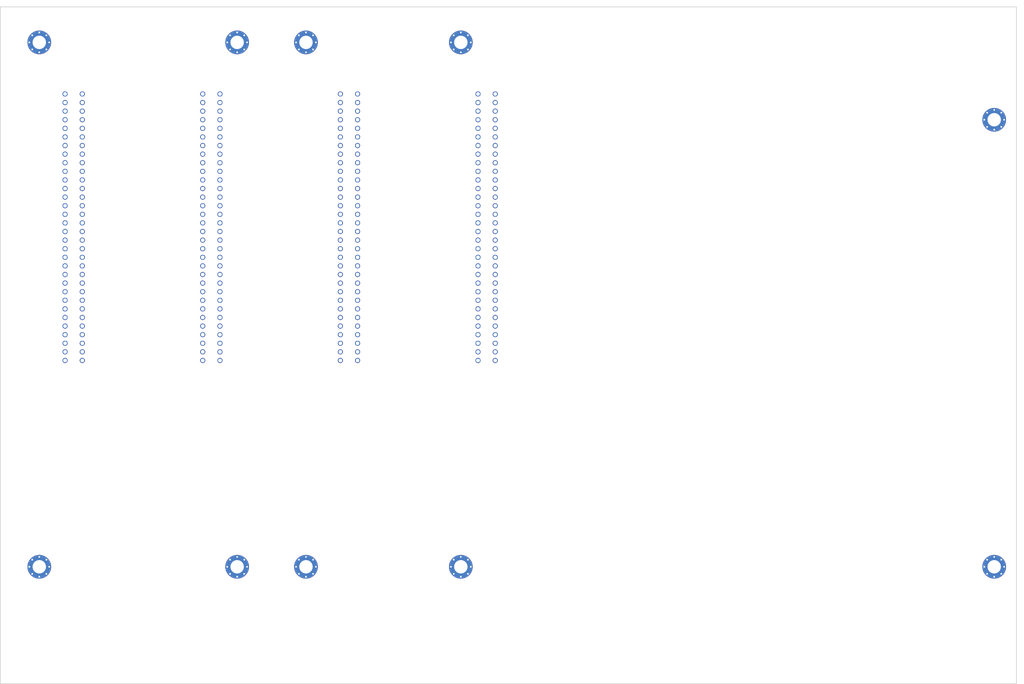
<source format=kicad_pcb>
(kicad_pcb (version 20241229) (generator "pcbnew") (generator_version "9.0")
  (layers (0 "F.Cu" signal) (2 "B.Cu" signal) (13 "F.Paste" user) (15 "B.Paste" user) (5 "F.SilkS" user "F.Silkscreen") (7 "B.SilkS" user "B.Silkscreen") (1 "F.Mask" user) (3 "B.Mask" user) (25 "Edge.Cuts" user))
  (net 0 "")
  (footprint "HOLE" (layer "F.Cu") (at 125.24 45.5)
    (property "Reference" "" (at 0 0 0) (layer "F.SilkS") (effects (font (size 1.27 1.27))))
    (property "Value" "")
    (pad "" thru_hole circle (at -2.921 0) (size 0.6 0.6) (drill 0.5) (layers "*.Cu" "*.Mask"))
    (pad "" thru_hole circle (at -2.0828 -2.0828) (size 0.6 0.6) (drill 0.5) (layers "*.Cu" "*.Mask"))
    (pad "" thru_hole circle (at -2.0828 2.0828) (size 0.6 0.6) (drill 0.5) (layers "*.Cu" "*.Mask"))
    (pad "" thru_hole circle (at 0 -2.921) (size 0.6 0.6) (drill 0.5) (layers "*.Cu" "*.Mask"))
    (pad "" thru_hole circle (at 0 0) (size 7 7) (drill 3.9624) (layers "*.Cu" "*.Mask"))
    (pad "" thru_hole circle (at 0 2.921) (size 0.6 0.6) (drill 0.5) (layers "*.Cu" "*.Mask"))
    (pad "" thru_hole circle (at 2.0828 -2.0828) (size 0.6 0.6) (drill 0.5) (layers "*.Cu" "*.Mask"))
    (pad "" thru_hole circle (at 2.0828 2.0828) (size 0.6 0.6) (drill 0.5) (layers "*.Cu" "*.Mask"))
    (pad "" thru_hole circle (at 2.921 0) (size 0.6 0.6) (drill 0.5) (layers "*.Cu" "*.Mask"))
  )
  (footprint "Carbonz80_Library:8bISA_64pin" (layer "F.Cu") (at 56.6552 60.74)
    (property "Reference" "" (at 0 0 0) (layer "F.SilkS") (effects (font (size 1.27 1.27))))
    (property "Value" "")
    (pad "A1" thru_hole circle (at 2.54 0) (size 1.5 1.5) (drill 1.016) (layers "*.Cu" "*.Mask"))
    (pad "A2" thru_hole circle (at 2.54 2.54) (size 1.5 1.5) (drill 1.016) (layers "*.Cu" "*.Mask"))
    (pad "A3" thru_hole circle (at 2.54 5.08) (size 1.5 1.5) (drill 1.016) (layers "*.Cu" "*.Mask"))
    (pad "A4" thru_hole circle (at 2.54 7.62) (size 1.5 1.5) (drill 1.016) (layers "*.Cu" "*.Mask"))
    (pad "A5" thru_hole circle (at 2.54 10.16) (size 1.5 1.5) (drill 1.016) (layers "*.Cu" "*.Mask"))
    (pad "A6" thru_hole circle (at 2.54 12.7) (size 1.5 1.5) (drill 1.016) (layers "*.Cu" "*.Mask"))
    (pad "A7" thru_hole circle (at 2.54 15.24) (size 1.5 1.5) (drill 1.016) (layers "*.Cu" "*.Mask"))
    (pad "A8" thru_hole circle (at 2.54 17.78) (size 1.5 1.5) (drill 1.016) (layers "*.Cu" "*.Mask"))
    (pad "A9" thru_hole circle (at 2.54 20.32) (size 1.5 1.5) (drill 1.016) (layers "*.Cu" "*.Mask"))
    (pad "A10" thru_hole circle (at 2.54 22.86) (size 1.5 1.5) (drill 1.016) (layers "*.Cu" "*.Mask"))
    (pad "A11" thru_hole circle (at 2.54 25.4) (size 1.5 1.5) (drill 1.016) (layers "*.Cu" "*.Mask"))
    (pad "A12" thru_hole circle (at 2.54 27.94) (size 1.5 1.5) (drill 1.016) (layers "*.Cu" "*.Mask"))
    (pad "A13" thru_hole circle (at 2.54 30.48) (size 1.5 1.5) (drill 1.016) (layers "*.Cu" "*.Mask"))
    (pad "A14" thru_hole circle (at 2.54 33.02) (size 1.5 1.5) (drill 1.016) (layers "*.Cu" "*.Mask"))
    (pad "A15" thru_hole circle (at 2.54 35.56) (size 1.5 1.5) (drill 1.016) (layers "*.Cu" "*.Mask"))
    (pad "A16" thru_hole circle (at 2.54 38.1) (size 1.5 1.5) (drill 1.016) (layers "*.Cu" "*.Mask"))
    (pad "A17" thru_hole circle (at 2.54 40.64) (size 1.5 1.5) (drill 1.016) (layers "*.Cu" "*.Mask"))
    (pad "A18" thru_hole circle (at 2.54 43.18) (size 1.5 1.5) (drill 1.016) (layers "*.Cu" "*.Mask"))
    (pad "A19" thru_hole circle (at 2.54 45.72) (size 1.5 1.5) (drill 1.016) (layers "*.Cu" "*.Mask"))
    (pad "A20" thru_hole circle (at 2.54 48.26) (size 1.5 1.5) (drill 1.016) (layers "*.Cu" "*.Mask"))
    (pad "A21" thru_hole circle (at 2.54 50.8) (size 1.5 1.5) (drill 1.016) (layers "*.Cu" "*.Mask"))
    (pad "A22" thru_hole circle (at 2.54 53.34) (size 1.5 1.5) (drill 1.016) (layers "*.Cu" "*.Mask"))
    (pad "A23" thru_hole circle (at 2.54 55.88) (size 1.5 1.5) (drill 1.016) (layers "*.Cu" "*.Mask"))
    (pad "A24" thru_hole circle (at 2.54 58.42) (size 1.5 1.5) (drill 1.016) (layers "*.Cu" "*.Mask"))
    (pad "A25" thru_hole circle (at 2.54 60.96) (size 1.5 1.5) (drill 1.016) (layers "*.Cu" "*.Mask"))
    (pad "A26" thru_hole circle (at 2.54 63.5) (size 1.5 1.5) (drill 1.016) (layers "*.Cu" "*.Mask"))
    (pad "A27" thru_hole circle (at 2.54 66.04) (size 1.5 1.5) (drill 1.016) (layers "*.Cu" "*.Mask"))
    (pad "A28" thru_hole circle (at 2.54 68.58) (size 1.5 1.5) (drill 1.016) (layers "*.Cu" "*.Mask"))
    (pad "A29" thru_hole circle (at 2.54 71.12) (size 1.5 1.5) (drill 1.016) (layers "*.Cu" "*.Mask"))
    (pad "A30" thru_hole circle (at 2.54 73.66) (size 1.5 1.5) (drill 1.016) (layers "*.Cu" "*.Mask"))
    (pad "A31" thru_hole circle (at 2.54 76.2) (size 1.5 1.5) (drill 1.016) (layers "*.Cu" "*.Mask"))
    (pad "A32" thru_hole circle (at 2.54 78.74) (size 1.5 1.5) (drill 1.016) (layers "*.Cu" "*.Mask"))
    (pad "B1" thru_hole circle (at -2.54 0) (size 1.5 1.5) (drill 1.016) (layers "*.Cu" "*.Mask"))
    (pad "B2" thru_hole circle (at -2.54 2.54) (size 1.5 1.5) (drill 1.016) (layers "*.Cu" "*.Mask"))
    (pad "B3" thru_hole circle (at -2.54 5.08) (size 1.5 1.5) (drill 1.016) (layers "*.Cu" "*.Mask"))
    (pad "B4" thru_hole circle (at -2.54 7.62) (size 1.5 1.5) (drill 1.016) (layers "*.Cu" "*.Mask"))
    (pad "B5" thru_hole circle (at -2.54 10.16) (size 1.5 1.5) (drill 1.016) (layers "*.Cu" "*.Mask"))
    (pad "B6" thru_hole circle (at -2.54 12.7) (size 1.5 1.5) (drill 1.016) (layers "*.Cu" "*.Mask"))
    (pad "B7" thru_hole circle (at -2.54 15.24) (size 1.5 1.5) (drill 1.016) (layers "*.Cu" "*.Mask"))
    (pad "B8" thru_hole circle (at -2.54 17.78) (size 1.5 1.5) (drill 1.016) (layers "*.Cu" "*.Mask"))
    (pad "B9" thru_hole circle (at -2.54 20.32) (size 1.5 1.5) (drill 1.016) (layers "*.Cu" "*.Mask"))
    (pad "B10" thru_hole circle (at -2.54 22.86) (size 1.5 1.5) (drill 1.016) (layers "*.Cu" "*.Mask"))
    (pad "B11" thru_hole circle (at -2.54 25.4) (size 1.5 1.5) (drill 1.016) (layers "*.Cu" "*.Mask"))
    (pad "B12" thru_hole circle (at -2.54 27.94) (size 1.5 1.5) (drill 1.016) (layers "*.Cu" "*.Mask"))
    (pad "B13" thru_hole circle (at -2.54 30.48) (size 1.5 1.5) (drill 1.016) (layers "*.Cu" "*.Mask"))
    (pad "B14" thru_hole circle (at -2.54 33.02) (size 1.5 1.5) (drill 1.016) (layers "*.Cu" "*.Mask"))
    (pad "B15" thru_hole circle (at -2.54 35.56) (size 1.5 1.5) (drill 1.016) (layers "*.Cu" "*.Mask"))
    (pad "B16" thru_hole circle (at -2.54 38.1) (size 1.5 1.5) (drill 1.016) (layers "*.Cu" "*.Mask"))
    (pad "B17" thru_hole circle (at -2.54 40.64) (size 1.5 1.5) (drill 1.016) (layers "*.Cu" "*.Mask"))
    (pad "B18" thru_hole circle (at -2.54 43.18) (size 1.5 1.5) (drill 1.016) (layers "*.Cu" "*.Mask"))
    (pad "B19" thru_hole circle (at -2.54 45.72) (size 1.5 1.5) (drill 1.016) (layers "*.Cu" "*.Mask"))
    (pad "B20" thru_hole circle (at -2.54 48.26) (size 1.5 1.5) (drill 1.016) (layers "*.Cu" "*.Mask"))
    (pad "B21" thru_hole circle (at -2.54 50.8) (size 1.5 1.5) (drill 1.016) (layers "*.Cu" "*.Mask"))
    (pad "B22" thru_hole circle (at -2.54 53.34) (size 1.5 1.5) (drill 1.016) (layers "*.Cu" "*.Mask"))
    (pad "B23" thru_hole circle (at -2.54 55.88) (size 1.5 1.5) (drill 1.016) (layers "*.Cu" "*.Mask"))
    (pad "B24" thru_hole circle (at -2.54 58.42) (size 1.5 1.5) (drill 1.016) (layers "*.Cu" "*.Mask"))
    (pad "B25" thru_hole circle (at -2.54 60.96) (size 1.5 1.5) (drill 1.016) (layers "*.Cu" "*.Mask"))
    (pad "B26" thru_hole circle (at -2.54 63.5) (size 1.5 1.5) (drill 1.016) (layers "*.Cu" "*.Mask"))
    (pad "B27" thru_hole circle (at -2.54 66.04) (size 1.5 1.5) (drill 1.016) (layers "*.Cu" "*.Mask"))
    (pad "B28" thru_hole circle (at -2.54 68.58) (size 1.5 1.5) (drill 1.016) (layers "*.Cu" "*.Mask"))
    (pad "B29" thru_hole circle (at -2.54 71.12) (size 1.5 1.5) (drill 1.016) (layers "*.Cu" "*.Mask"))
    (pad "B30" thru_hole circle (at -2.54 73.66) (size 1.5 1.5) (drill 1.016) (layers "*.Cu" "*.Mask"))
    (pad "B31" thru_hole circle (at -2.54 76.2) (size 1.5 1.5) (drill 1.016) (layers "*.Cu" "*.Mask"))
    (pad "B32" thru_hole circle (at -2.54 78.74) (size 1.5 1.5) (drill 1.016) (layers "*.Cu" "*.Mask"))
  )
  (footprint "HOLE" (layer "F.Cu") (at 328.44 68.36)
    (property "Reference" "" (at 0 0 0) (layer "F.SilkS") (effects (font (size 1.27 1.27))))
    (property "Value" "")
    (pad "" thru_hole circle (at -2.921 0) (size 0.6 0.6) (drill 0.5) (layers "*.Cu" "*.Mask"))
    (pad "" thru_hole circle (at -2.0828 -2.0828) (size 0.6 0.6) (drill 0.5) (layers "*.Cu" "*.Mask"))
    (pad "" thru_hole circle (at -2.0828 2.0828) (size 0.6 0.6) (drill 0.5) (layers "*.Cu" "*.Mask"))
    (pad "" thru_hole circle (at 0 -2.921) (size 0.6 0.6) (drill 0.5) (layers "*.Cu" "*.Mask"))
    (pad "" thru_hole circle (at 0 0) (size 7 7) (drill 3.9624) (layers "*.Cu" "*.Mask"))
    (pad "" thru_hole circle (at 0 2.921) (size 0.6 0.6) (drill 0.5) (layers "*.Cu" "*.Mask"))
    (pad "" thru_hole circle (at 2.0828 -2.0828) (size 0.6 0.6) (drill 0.5) (layers "*.Cu" "*.Mask"))
    (pad "" thru_hole circle (at 2.0828 2.0828) (size 0.6 0.6) (drill 0.5) (layers "*.Cu" "*.Mask"))
    (pad "" thru_hole circle (at 2.921 0) (size 0.6 0.6) (drill 0.5) (layers "*.Cu" "*.Mask"))
  )
  (footprint "HOLE" (layer "F.Cu") (at 328.44 200.44)
    (property "Reference" "" (at 0 0 0) (layer "F.SilkS") (effects (font (size 1.27 1.27))))
    (property "Value" "")
    (pad "" thru_hole circle (at -2.921 0) (size 0.6 0.6) (drill 0.5) (layers "*.Cu" "*.Mask"))
    (pad "" thru_hole circle (at -2.0828 -2.0828) (size 0.6 0.6) (drill 0.5) (layers "*.Cu" "*.Mask"))
    (pad "" thru_hole circle (at -2.0828 2.0828) (size 0.6 0.6) (drill 0.5) (layers "*.Cu" "*.Mask"))
    (pad "" thru_hole circle (at 0 -2.921) (size 0.6 0.6) (drill 0.5) (layers "*.Cu" "*.Mask"))
    (pad "" thru_hole circle (at 0 0) (size 7 7) (drill 3.9624) (layers "*.Cu" "*.Mask"))
    (pad "" thru_hole circle (at 0 2.921) (size 0.6 0.6) (drill 0.5) (layers "*.Cu" "*.Mask"))
    (pad "" thru_hole circle (at 2.0828 -2.0828) (size 0.6 0.6) (drill 0.5) (layers "*.Cu" "*.Mask"))
    (pad "" thru_hole circle (at 2.0828 2.0828) (size 0.6 0.6) (drill 0.5) (layers "*.Cu" "*.Mask"))
    (pad "" thru_hole circle (at 2.921 0) (size 0.6 0.6) (drill 0.5) (layers "*.Cu" "*.Mask"))
  )
  (footprint "Carbonz80_Library:8bISA_64pin" (layer "F.Cu") (at 178.5752 60.74)
    (property "Reference" "" (at 0 0 0) (layer "F.SilkS") (effects (font (size 1.27 1.27))))
    (property "Value" "")
    (pad "A1" thru_hole circle (at 2.54 0) (size 1.5 1.5) (drill 1.016) (layers "*.Cu" "*.Mask"))
    (pad "A2" thru_hole circle (at 2.54 2.54) (size 1.5 1.5) (drill 1.016) (layers "*.Cu" "*.Mask"))
    (pad "A3" thru_hole circle (at 2.54 5.08) (size 1.5 1.5) (drill 1.016) (layers "*.Cu" "*.Mask"))
    (pad "A4" thru_hole circle (at 2.54 7.62) (size 1.5 1.5) (drill 1.016) (layers "*.Cu" "*.Mask"))
    (pad "A5" thru_hole circle (at 2.54 10.16) (size 1.5 1.5) (drill 1.016) (layers "*.Cu" "*.Mask"))
    (pad "A6" thru_hole circle (at 2.54 12.7) (size 1.5 1.5) (drill 1.016) (layers "*.Cu" "*.Mask"))
    (pad "A7" thru_hole circle (at 2.54 15.24) (size 1.5 1.5) (drill 1.016) (layers "*.Cu" "*.Mask"))
    (pad "A8" thru_hole circle (at 2.54 17.78) (size 1.5 1.5) (drill 1.016) (layers "*.Cu" "*.Mask"))
    (pad "A9" thru_hole circle (at 2.54 20.32) (size 1.5 1.5) (drill 1.016) (layers "*.Cu" "*.Mask"))
    (pad "A10" thru_hole circle (at 2.54 22.86) (size 1.5 1.5) (drill 1.016) (layers "*.Cu" "*.Mask"))
    (pad "A11" thru_hole circle (at 2.54 25.4) (size 1.5 1.5) (drill 1.016) (layers "*.Cu" "*.Mask"))
    (pad "A12" thru_hole circle (at 2.54 27.94) (size 1.5 1.5) (drill 1.016) (layers "*.Cu" "*.Mask"))
    (pad "A13" thru_hole circle (at 2.54 30.48) (size 1.5 1.5) (drill 1.016) (layers "*.Cu" "*.Mask"))
    (pad "A14" thru_hole circle (at 2.54 33.02) (size 1.5 1.5) (drill 1.016) (layers "*.Cu" "*.Mask"))
    (pad "A15" thru_hole circle (at 2.54 35.56) (size 1.5 1.5) (drill 1.016) (layers "*.Cu" "*.Mask"))
    (pad "A16" thru_hole circle (at 2.54 38.1) (size 1.5 1.5) (drill 1.016) (layers "*.Cu" "*.Mask"))
    (pad "A17" thru_hole circle (at 2.54 40.64) (size 1.5 1.5) (drill 1.016) (layers "*.Cu" "*.Mask"))
    (pad "A18" thru_hole circle (at 2.54 43.18) (size 1.5 1.5) (drill 1.016) (layers "*.Cu" "*.Mask"))
    (pad "A19" thru_hole circle (at 2.54 45.72) (size 1.5 1.5) (drill 1.016) (layers "*.Cu" "*.Mask"))
    (pad "A20" thru_hole circle (at 2.54 48.26) (size 1.5 1.5) (drill 1.016) (layers "*.Cu" "*.Mask"))
    (pad "A21" thru_hole circle (at 2.54 50.8) (size 1.5 1.5) (drill 1.016) (layers "*.Cu" "*.Mask"))
    (pad "A22" thru_hole circle (at 2.54 53.34) (size 1.5 1.5) (drill 1.016) (layers "*.Cu" "*.Mask"))
    (pad "A23" thru_hole circle (at 2.54 55.88) (size 1.5 1.5) (drill 1.016) (layers "*.Cu" "*.Mask"))
    (pad "A24" thru_hole circle (at 2.54 58.42) (size 1.5 1.5) (drill 1.016) (layers "*.Cu" "*.Mask"))
    (pad "A25" thru_hole circle (at 2.54 60.96) (size 1.5 1.5) (drill 1.016) (layers "*.Cu" "*.Mask"))
    (pad "A26" thru_hole circle (at 2.54 63.5) (size 1.5 1.5) (drill 1.016) (layers "*.Cu" "*.Mask"))
    (pad "A27" thru_hole circle (at 2.54 66.04) (size 1.5 1.5) (drill 1.016) (layers "*.Cu" "*.Mask"))
    (pad "A28" thru_hole circle (at 2.54 68.58) (size 1.5 1.5) (drill 1.016) (layers "*.Cu" "*.Mask"))
    (pad "A29" thru_hole circle (at 2.54 71.12) (size 1.5 1.5) (drill 1.016) (layers "*.Cu" "*.Mask"))
    (pad "A30" thru_hole circle (at 2.54 73.66) (size 1.5 1.5) (drill 1.016) (layers "*.Cu" "*.Mask"))
    (pad "A31" thru_hole circle (at 2.54 76.2) (size 1.5 1.5) (drill 1.016) (layers "*.Cu" "*.Mask"))
    (pad "A32" thru_hole circle (at 2.54 78.74) (size 1.5 1.5) (drill 1.016) (layers "*.Cu" "*.Mask"))
    (pad "B1" thru_hole circle (at -2.54 0) (size 1.5 1.5) (drill 1.016) (layers "*.Cu" "*.Mask"))
    (pad "B2" thru_hole circle (at -2.54 2.54) (size 1.5 1.5) (drill 1.016) (layers "*.Cu" "*.Mask"))
    (pad "B3" thru_hole circle (at -2.54 5.08) (size 1.5 1.5) (drill 1.016) (layers "*.Cu" "*.Mask"))
    (pad "B4" thru_hole circle (at -2.54 7.62) (size 1.5 1.5) (drill 1.016) (layers "*.Cu" "*.Mask"))
    (pad "B5" thru_hole circle (at -2.54 10.16) (size 1.5 1.5) (drill 1.016) (layers "*.Cu" "*.Mask"))
    (pad "B6" thru_hole circle (at -2.54 12.7) (size 1.5 1.5) (drill 1.016) (layers "*.Cu" "*.Mask"))
    (pad "B7" thru_hole circle (at -2.54 15.24) (size 1.5 1.5) (drill 1.016) (layers "*.Cu" "*.Mask"))
    (pad "B8" thru_hole circle (at -2.54 17.78) (size 1.5 1.5) (drill 1.016) (layers "*.Cu" "*.Mask"))
    (pad "B9" thru_hole circle (at -2.54 20.32) (size 1.5 1.5) (drill 1.016) (layers "*.Cu" "*.Mask"))
    (pad "B10" thru_hole circle (at -2.54 22.86) (size 1.5 1.5) (drill 1.016) (layers "*.Cu" "*.Mask"))
    (pad "B11" thru_hole circle (at -2.54 25.4) (size 1.5 1.5) (drill 1.016) (layers "*.Cu" "*.Mask"))
    (pad "B12" thru_hole circle (at -2.54 27.94) (size 1.5 1.5) (drill 1.016) (layers "*.Cu" "*.Mask"))
    (pad "B13" thru_hole circle (at -2.54 30.48) (size 1.5 1.5) (drill 1.016) (layers "*.Cu" "*.Mask"))
    (pad "B14" thru_hole circle (at -2.54 33.02) (size 1.5 1.5) (drill 1.016) (layers "*.Cu" "*.Mask"))
    (pad "B15" thru_hole circle (at -2.54 35.56) (size 1.5 1.5) (drill 1.016) (layers "*.Cu" "*.Mask"))
    (pad "B16" thru_hole circle (at -2.54 38.1) (size 1.5 1.5) (drill 1.016) (layers "*.Cu" "*.Mask"))
    (pad "B17" thru_hole circle (at -2.54 40.64) (size 1.5 1.5) (drill 1.016) (layers "*.Cu" "*.Mask"))
    (pad "B18" thru_hole circle (at -2.54 43.18) (size 1.5 1.5) (drill 1.016) (layers "*.Cu" "*.Mask"))
    (pad "B19" thru_hole circle (at -2.54 45.72) (size 1.5 1.5) (drill 1.016) (layers "*.Cu" "*.Mask"))
    (pad "B20" thru_hole circle (at -2.54 48.26) (size 1.5 1.5) (drill 1.016) (layers "*.Cu" "*.Mask"))
    (pad "B21" thru_hole circle (at -2.54 50.8) (size 1.5 1.5) (drill 1.016) (layers "*.Cu" "*.Mask"))
    (pad "B22" thru_hole circle (at -2.54 53.34) (size 1.5 1.5) (drill 1.016) (layers "*.Cu" "*.Mask"))
    (pad "B23" thru_hole circle (at -2.54 55.88) (size 1.5 1.5) (drill 1.016) (layers "*.Cu" "*.Mask"))
    (pad "B24" thru_hole circle (at -2.54 58.42) (size 1.5 1.5) (drill 1.016) (layers "*.Cu" "*.Mask"))
    (pad "B25" thru_hole circle (at -2.54 60.96) (size 1.5 1.5) (drill 1.016) (layers "*.Cu" "*.Mask"))
    (pad "B26" thru_hole circle (at -2.54 63.5) (size 1.5 1.5) (drill 1.016) (layers "*.Cu" "*.Mask"))
    (pad "B27" thru_hole circle (at -2.54 66.04) (size 1.5 1.5) (drill 1.016) (layers "*.Cu" "*.Mask"))
    (pad "B28" thru_hole circle (at -2.54 68.58) (size 1.5 1.5) (drill 1.016) (layers "*.Cu" "*.Mask"))
    (pad "B29" thru_hole circle (at -2.54 71.12) (size 1.5 1.5) (drill 1.016) (layers "*.Cu" "*.Mask"))
    (pad "B30" thru_hole circle (at -2.54 73.66) (size 1.5 1.5) (drill 1.016) (layers "*.Cu" "*.Mask"))
    (pad "B31" thru_hole circle (at -2.54 76.2) (size 1.5 1.5) (drill 1.016) (layers "*.Cu" "*.Mask"))
    (pad "B32" thru_hole circle (at -2.54 78.74) (size 1.5 1.5) (drill 1.016) (layers "*.Cu" "*.Mask"))
  )
  (footprint "HOLE" (layer "F.Cu") (at 104.92 200.44)
    (property "Reference" "" (at 0 0 0) (layer "F.SilkS") (effects (font (size 1.27 1.27))))
    (property "Value" "")
    (pad "" thru_hole circle (at -2.921 0) (size 0.6 0.6) (drill 0.5) (layers "*.Cu" "*.Mask"))
    (pad "" thru_hole circle (at -2.0828 -2.0828) (size 0.6 0.6) (drill 0.5) (layers "*.Cu" "*.Mask"))
    (pad "" thru_hole circle (at -2.0828 2.0828) (size 0.6 0.6) (drill 0.5) (layers "*.Cu" "*.Mask"))
    (pad "" thru_hole circle (at 0 -2.921) (size 0.6 0.6) (drill 0.5) (layers "*.Cu" "*.Mask"))
    (pad "" thru_hole circle (at 0 0) (size 7 7) (drill 3.9624) (layers "*.Cu" "*.Mask"))
    (pad "" thru_hole circle (at 0 2.921) (size 0.6 0.6) (drill 0.5) (layers "*.Cu" "*.Mask"))
    (pad "" thru_hole circle (at 2.0828 -2.0828) (size 0.6 0.6) (drill 0.5) (layers "*.Cu" "*.Mask"))
    (pad "" thru_hole circle (at 2.0828 2.0828) (size 0.6 0.6) (drill 0.5) (layers "*.Cu" "*.Mask"))
    (pad "" thru_hole circle (at 2.921 0) (size 0.6 0.6) (drill 0.5) (layers "*.Cu" "*.Mask"))
  )
  (footprint "HOLE" (layer "F.Cu") (at 170.96 200.44)
    (property "Reference" "" (at 0 0 0) (layer "F.SilkS") (effects (font (size 1.27 1.27))))
    (property "Value" "")
    (pad "" thru_hole circle (at -2.921 0) (size 0.6 0.6) (drill 0.5) (layers "*.Cu" "*.Mask"))
    (pad "" thru_hole circle (at -2.0828 -2.0828) (size 0.6 0.6) (drill 0.5) (layers "*.Cu" "*.Mask"))
    (pad "" thru_hole circle (at -2.0828 2.0828) (size 0.6 0.6) (drill 0.5) (layers "*.Cu" "*.Mask"))
    (pad "" thru_hole circle (at 0 -2.921) (size 0.6 0.6) (drill 0.5) (layers "*.Cu" "*.Mask"))
    (pad "" thru_hole circle (at 0 0) (size 7 7) (drill 3.9624) (layers "*.Cu" "*.Mask"))
    (pad "" thru_hole circle (at 0 2.921) (size 0.6 0.6) (drill 0.5) (layers "*.Cu" "*.Mask"))
    (pad "" thru_hole circle (at 2.0828 -2.0828) (size 0.6 0.6) (drill 0.5) (layers "*.Cu" "*.Mask"))
    (pad "" thru_hole circle (at 2.0828 2.0828) (size 0.6 0.6) (drill 0.5) (layers "*.Cu" "*.Mask"))
    (pad "" thru_hole circle (at 2.921 0) (size 0.6 0.6) (drill 0.5) (layers "*.Cu" "*.Mask"))
  )
  (footprint "HOLE" (layer "F.Cu") (at 46.5 200.44)
    (property "Reference" "" (at 0 0 0) (layer "F.SilkS") (effects (font (size 1.27 1.27))))
    (property "Value" "")
    (pad "" thru_hole circle (at -2.921 0) (size 0.6 0.6) (drill 0.5) (layers "*.Cu" "*.Mask"))
    (pad "" thru_hole circle (at -2.0828 -2.0828) (size 0.6 0.6) (drill 0.5) (layers "*.Cu" "*.Mask"))
    (pad "" thru_hole circle (at -2.0828 2.0828) (size 0.6 0.6) (drill 0.5) (layers "*.Cu" "*.Mask"))
    (pad "" thru_hole circle (at 0 -2.921) (size 0.6 0.6) (drill 0.5) (layers "*.Cu" "*.Mask"))
    (pad "" thru_hole circle (at 0 0) (size 7 7) (drill 3.9624) (layers "*.Cu" "*.Mask"))
    (pad "" thru_hole circle (at 0 2.921) (size 0.6 0.6) (drill 0.5) (layers "*.Cu" "*.Mask"))
    (pad "" thru_hole circle (at 2.0828 -2.0828) (size 0.6 0.6) (drill 0.5) (layers "*.Cu" "*.Mask"))
    (pad "" thru_hole circle (at 2.0828 2.0828) (size 0.6 0.6) (drill 0.5) (layers "*.Cu" "*.Mask"))
    (pad "" thru_hole circle (at 2.921 0) (size 0.6 0.6) (drill 0.5) (layers "*.Cu" "*.Mask"))
  )
  (footprint "HOLE" (layer "F.Cu") (at 46.5 45.5)
    (property "Reference" "" (at 0 0 0) (layer "F.SilkS") (effects (font (size 1.27 1.27))))
    (property "Value" "")
    (pad "" thru_hole circle (at -2.921 0) (size 0.6 0.6) (drill 0.5) (layers "*.Cu" "*.Mask"))
    (pad "" thru_hole circle (at -2.0828 -2.0828) (size 0.6 0.6) (drill 0.5) (layers "*.Cu" "*.Mask"))
    (pad "" thru_hole circle (at -2.0828 2.0828) (size 0.6 0.6) (drill 0.5) (layers "*.Cu" "*.Mask"))
    (pad "" thru_hole circle (at 0 -2.921) (size 0.6 0.6) (drill 0.5) (layers "*.Cu" "*.Mask"))
    (pad "" thru_hole circle (at 0 0) (size 7 7) (drill 3.9624) (layers "*.Cu" "*.Mask"))
    (pad "" thru_hole circle (at 0 2.921) (size 0.6 0.6) (drill 0.5) (layers "*.Cu" "*.Mask"))
    (pad "" thru_hole circle (at 2.0828 -2.0828) (size 0.6 0.6) (drill 0.5) (layers "*.Cu" "*.Mask"))
    (pad "" thru_hole circle (at 2.0828 2.0828) (size 0.6 0.6) (drill 0.5) (layers "*.Cu" "*.Mask"))
    (pad "" thru_hole circle (at 2.921 0) (size 0.6 0.6) (drill 0.5) (layers "*.Cu" "*.Mask"))
  )
  (footprint "Carbonz80_Library:8bISA_64pin" (layer "F.Cu") (at 137.9352 60.74)
    (property "Reference" "" (at 0 0 0) (layer "F.SilkS") (effects (font (size 1.27 1.27))))
    (property "Value" "")
    (pad "A1" thru_hole circle (at 2.54 0) (size 1.5 1.5) (drill 1.016) (layers "*.Cu" "*.Mask"))
    (pad "A2" thru_hole circle (at 2.54 2.54) (size 1.5 1.5) (drill 1.016) (layers "*.Cu" "*.Mask"))
    (pad "A3" thru_hole circle (at 2.54 5.08) (size 1.5 1.5) (drill 1.016) (layers "*.Cu" "*.Mask"))
    (pad "A4" thru_hole circle (at 2.54 7.62) (size 1.5 1.5) (drill 1.016) (layers "*.Cu" "*.Mask"))
    (pad "A5" thru_hole circle (at 2.54 10.16) (size 1.5 1.5) (drill 1.016) (layers "*.Cu" "*.Mask"))
    (pad "A6" thru_hole circle (at 2.54 12.7) (size 1.5 1.5) (drill 1.016) (layers "*.Cu" "*.Mask"))
    (pad "A7" thru_hole circle (at 2.54 15.24) (size 1.5 1.5) (drill 1.016) (layers "*.Cu" "*.Mask"))
    (pad "A8" thru_hole circle (at 2.54 17.78) (size 1.5 1.5) (drill 1.016) (layers "*.Cu" "*.Mask"))
    (pad "A9" thru_hole circle (at 2.54 20.32) (size 1.5 1.5) (drill 1.016) (layers "*.Cu" "*.Mask"))
    (pad "A10" thru_hole circle (at 2.54 22.86) (size 1.5 1.5) (drill 1.016) (layers "*.Cu" "*.Mask"))
    (pad "A11" thru_hole circle (at 2.54 25.4) (size 1.5 1.5) (drill 1.016) (layers "*.Cu" "*.Mask"))
    (pad "A12" thru_hole circle (at 2.54 27.94) (size 1.5 1.5) (drill 1.016) (layers "*.Cu" "*.Mask"))
    (pad "A13" thru_hole circle (at 2.54 30.48) (size 1.5 1.5) (drill 1.016) (layers "*.Cu" "*.Mask"))
    (pad "A14" thru_hole circle (at 2.54 33.02) (size 1.5 1.5) (drill 1.016) (layers "*.Cu" "*.Mask"))
    (pad "A15" thru_hole circle (at 2.54 35.56) (size 1.5 1.5) (drill 1.016) (layers "*.Cu" "*.Mask"))
    (pad "A16" thru_hole circle (at 2.54 38.1) (size 1.5 1.5) (drill 1.016) (layers "*.Cu" "*.Mask"))
    (pad "A17" thru_hole circle (at 2.54 40.64) (size 1.5 1.5) (drill 1.016) (layers "*.Cu" "*.Mask"))
    (pad "A18" thru_hole circle (at 2.54 43.18) (size 1.5 1.5) (drill 1.016) (layers "*.Cu" "*.Mask"))
    (pad "A19" thru_hole circle (at 2.54 45.72) (size 1.5 1.5) (drill 1.016) (layers "*.Cu" "*.Mask"))
    (pad "A20" thru_hole circle (at 2.54 48.26) (size 1.5 1.5) (drill 1.016) (layers "*.Cu" "*.Mask"))
    (pad "A21" thru_hole circle (at 2.54 50.8) (size 1.5 1.5) (drill 1.016) (layers "*.Cu" "*.Mask"))
    (pad "A22" thru_hole circle (at 2.54 53.34) (size 1.5 1.5) (drill 1.016) (layers "*.Cu" "*.Mask"))
    (pad "A23" thru_hole circle (at 2.54 55.88) (size 1.5 1.5) (drill 1.016) (layers "*.Cu" "*.Mask"))
    (pad "A24" thru_hole circle (at 2.54 58.42) (size 1.5 1.5) (drill 1.016) (layers "*.Cu" "*.Mask"))
    (pad "A25" thru_hole circle (at 2.54 60.96) (size 1.5 1.5) (drill 1.016) (layers "*.Cu" "*.Mask"))
    (pad "A26" thru_hole circle (at 2.54 63.5) (size 1.5 1.5) (drill 1.016) (layers "*.Cu" "*.Mask"))
    (pad "A27" thru_hole circle (at 2.54 66.04) (size 1.5 1.5) (drill 1.016) (layers "*.Cu" "*.Mask"))
    (pad "A28" thru_hole circle (at 2.54 68.58) (size 1.5 1.5) (drill 1.016) (layers "*.Cu" "*.Mask"))
    (pad "A29" thru_hole circle (at 2.54 71.12) (size 1.5 1.5) (drill 1.016) (layers "*.Cu" "*.Mask"))
    (pad "A30" thru_hole circle (at 2.54 73.66) (size 1.5 1.5) (drill 1.016) (layers "*.Cu" "*.Mask"))
    (pad "A31" thru_hole circle (at 2.54 76.2) (size 1.5 1.5) (drill 1.016) (layers "*.Cu" "*.Mask"))
    (pad "A32" thru_hole circle (at 2.54 78.74) (size 1.5 1.5) (drill 1.016) (layers "*.Cu" "*.Mask"))
    (pad "B1" thru_hole circle (at -2.54 0) (size 1.5 1.5) (drill 1.016) (layers "*.Cu" "*.Mask"))
    (pad "B2" thru_hole circle (at -2.54 2.54) (size 1.5 1.5) (drill 1.016) (layers "*.Cu" "*.Mask"))
    (pad "B3" thru_hole circle (at -2.54 5.08) (size 1.5 1.5) (drill 1.016) (layers "*.Cu" "*.Mask"))
    (pad "B4" thru_hole circle (at -2.54 7.62) (size 1.5 1.5) (drill 1.016) (layers "*.Cu" "*.Mask"))
    (pad "B5" thru_hole circle (at -2.54 10.16) (size 1.5 1.5) (drill 1.016) (layers "*.Cu" "*.Mask"))
    (pad "B6" thru_hole circle (at -2.54 12.7) (size 1.5 1.5) (drill 1.016) (layers "*.Cu" "*.Mask"))
    (pad "B7" thru_hole circle (at -2.54 15.24) (size 1.5 1.5) (drill 1.016) (layers "*.Cu" "*.Mask"))
    (pad "B8" thru_hole circle (at -2.54 17.78) (size 1.5 1.5) (drill 1.016) (layers "*.Cu" "*.Mask"))
    (pad "B9" thru_hole circle (at -2.54 20.32) (size 1.5 1.5) (drill 1.016) (layers "*.Cu" "*.Mask"))
    (pad "B10" thru_hole circle (at -2.54 22.86) (size 1.5 1.5) (drill 1.016) (layers "*.Cu" "*.Mask"))
    (pad "B11" thru_hole circle (at -2.54 25.4) (size 1.5 1.5) (drill 1.016) (layers "*.Cu" "*.Mask"))
    (pad "B12" thru_hole circle (at -2.54 27.94) (size 1.5 1.5) (drill 1.016) (layers "*.Cu" "*.Mask"))
    (pad "B13" thru_hole circle (at -2.54 30.48) (size 1.5 1.5) (drill 1.016) (layers "*.Cu" "*.Mask"))
    (pad "B14" thru_hole circle (at -2.54 33.02) (size 1.5 1.5) (drill 1.016) (layers "*.Cu" "*.Mask"))
    (pad "B15" thru_hole circle (at -2.54 35.56) (size 1.5 1.5) (drill 1.016) (layers "*.Cu" "*.Mask"))
    (pad "B16" thru_hole circle (at -2.54 38.1) (size 1.5 1.5) (drill 1.016) (layers "*.Cu" "*.Mask"))
    (pad "B17" thru_hole circle (at -2.54 40.64) (size 1.5 1.5) (drill 1.016) (layers "*.Cu" "*.Mask"))
    (pad "B18" thru_hole circle (at -2.54 43.18) (size 1.5 1.5) (drill 1.016) (layers "*.Cu" "*.Mask"))
    (pad "B19" thru_hole circle (at -2.54 45.72) (size 1.5 1.5) (drill 1.016) (layers "*.Cu" "*.Mask"))
    (pad "B20" thru_hole circle (at -2.54 48.26) (size 1.5 1.5) (drill 1.016) (layers "*.Cu" "*.Mask"))
    (pad "B21" thru_hole circle (at -2.54 50.8) (size 1.5 1.5) (drill 1.016) (layers "*.Cu" "*.Mask"))
    (pad "B22" thru_hole circle (at -2.54 53.34) (size 1.5 1.5) (drill 1.016) (layers "*.Cu" "*.Mask"))
    (pad "B23" thru_hole circle (at -2.54 55.88) (size 1.5 1.5) (drill 1.016) (layers "*.Cu" "*.Mask"))
    (pad "B24" thru_hole circle (at -2.54 58.42) (size 1.5 1.5) (drill 1.016) (layers "*.Cu" "*.Mask"))
    (pad "B25" thru_hole circle (at -2.54 60.96) (size 1.5 1.5) (drill 1.016) (layers "*.Cu" "*.Mask"))
    (pad "B26" thru_hole circle (at -2.54 63.5) (size 1.5 1.5) (drill 1.016) (layers "*.Cu" "*.Mask"))
    (pad "B27" thru_hole circle (at -2.54 66.04) (size 1.5 1.5) (drill 1.016) (layers "*.Cu" "*.Mask"))
    (pad "B28" thru_hole circle (at -2.54 68.58) (size 1.5 1.5) (drill 1.016) (layers "*.Cu" "*.Mask"))
    (pad "B29" thru_hole circle (at -2.54 71.12) (size 1.5 1.5) (drill 1.016) (layers "*.Cu" "*.Mask"))
    (pad "B30" thru_hole circle (at -2.54 73.66) (size 1.5 1.5) (drill 1.016) (layers "*.Cu" "*.Mask"))
    (pad "B31" thru_hole circle (at -2.54 76.2) (size 1.5 1.5) (drill 1.016) (layers "*.Cu" "*.Mask"))
    (pad "B32" thru_hole circle (at -2.54 78.74) (size 1.5 1.5) (drill 1.016) (layers "*.Cu" "*.Mask"))
  )
  (footprint "HOLE" (layer "F.Cu") (at 125.24 200.44)
    (property "Reference" "" (at 0 0 0) (layer "F.SilkS") (effects (font (size 1.27 1.27))))
    (property "Value" "")
    (pad "" thru_hole circle (at -2.921 0) (size 0.6 0.6) (drill 0.5) (layers "*.Cu" "*.Mask"))
    (pad "" thru_hole circle (at -2.0828 -2.0828) (size 0.6 0.6) (drill 0.5) (layers "*.Cu" "*.Mask"))
    (pad "" thru_hole circle (at -2.0828 2.0828) (size 0.6 0.6) (drill 0.5) (layers "*.Cu" "*.Mask"))
    (pad "" thru_hole circle (at 0 -2.921) (size 0.6 0.6) (drill 0.5) (layers "*.Cu" "*.Mask"))
    (pad "" thru_hole circle (at 0 0) (size 7 7) (drill 3.9624) (layers "*.Cu" "*.Mask"))
    (pad "" thru_hole circle (at 0 2.921) (size 0.6 0.6) (drill 0.5) (layers "*.Cu" "*.Mask"))
    (pad "" thru_hole circle (at 2.0828 -2.0828) (size 0.6 0.6) (drill 0.5) (layers "*.Cu" "*.Mask"))
    (pad "" thru_hole circle (at 2.0828 2.0828) (size 0.6 0.6) (drill 0.5) (layers "*.Cu" "*.Mask"))
    (pad "" thru_hole circle (at 2.921 0) (size 0.6 0.6) (drill 0.5) (layers "*.Cu" "*.Mask"))
  )
  (footprint "HOLE" (layer "F.Cu") (at 104.92 45.5)
    (property "Reference" "" (at 0 0 0) (layer "F.SilkS") (effects (font (size 1.27 1.27))))
    (property "Value" "")
    (pad "" thru_hole circle (at -2.921 0) (size 0.6 0.6) (drill 0.5) (layers "*.Cu" "*.Mask"))
    (pad "" thru_hole circle (at -2.0828 -2.0828) (size 0.6 0.6) (drill 0.5) (layers "*.Cu" "*.Mask"))
    (pad "" thru_hole circle (at -2.0828 2.0828) (size 0.6 0.6) (drill 0.5) (layers "*.Cu" "*.Mask"))
    (pad "" thru_hole circle (at 0 -2.921) (size 0.6 0.6) (drill 0.5) (layers "*.Cu" "*.Mask"))
    (pad "" thru_hole circle (at 0 0) (size 7 7) (drill 3.9624) (layers "*.Cu" "*.Mask"))
    (pad "" thru_hole circle (at 0 2.921) (size 0.6 0.6) (drill 0.5) (layers "*.Cu" "*.Mask"))
    (pad "" thru_hole circle (at 2.0828 -2.0828) (size 0.6 0.6) (drill 0.5) (layers "*.Cu" "*.Mask"))
    (pad "" thru_hole circle (at 2.0828 2.0828) (size 0.6 0.6) (drill 0.5) (layers "*.Cu" "*.Mask"))
    (pad "" thru_hole circle (at 2.921 0) (size 0.6 0.6) (drill 0.5) (layers "*.Cu" "*.Mask"))
  )
  (footprint "Carbonz80_Library:8bISA_64pin" (layer "F.Cu") (at 97.2952 60.74)
    (property "Reference" "" (at 0 0 0) (layer "F.SilkS") (effects (font (size 1.27 1.27))))
    (property "Value" "")
    (pad "A1" thru_hole circle (at 2.54 0) (size 1.5 1.5) (drill 1.016) (layers "*.Cu" "*.Mask"))
    (pad "A2" thru_hole circle (at 2.54 2.54) (size 1.5 1.5) (drill 1.016) (layers "*.Cu" "*.Mask"))
    (pad "A3" thru_hole circle (at 2.54 5.08) (size 1.5 1.5) (drill 1.016) (layers "*.Cu" "*.Mask"))
    (pad "A4" thru_hole circle (at 2.54 7.62) (size 1.5 1.5) (drill 1.016) (layers "*.Cu" "*.Mask"))
    (pad "A5" thru_hole circle (at 2.54 10.16) (size 1.5 1.5) (drill 1.016) (layers "*.Cu" "*.Mask"))
    (pad "A6" thru_hole circle (at 2.54 12.7) (size 1.5 1.5) (drill 1.016) (layers "*.Cu" "*.Mask"))
    (pad "A7" thru_hole circle (at 2.54 15.24) (size 1.5 1.5) (drill 1.016) (layers "*.Cu" "*.Mask"))
    (pad "A8" thru_hole circle (at 2.54 17.78) (size 1.5 1.5) (drill 1.016) (layers "*.Cu" "*.Mask"))
    (pad "A9" thru_hole circle (at 2.54 20.32) (size 1.5 1.5) (drill 1.016) (layers "*.Cu" "*.Mask"))
    (pad "A10" thru_hole circle (at 2.54 22.86) (size 1.5 1.5) (drill 1.016) (layers "*.Cu" "*.Mask"))
    (pad "A11" thru_hole circle (at 2.54 25.4) (size 1.5 1.5) (drill 1.016) (layers "*.Cu" "*.Mask"))
    (pad "A12" thru_hole circle (at 2.54 27.94) (size 1.5 1.5) (drill 1.016) (layers "*.Cu" "*.Mask"))
    (pad "A13" thru_hole circle (at 2.54 30.48) (size 1.5 1.5) (drill 1.016) (layers "*.Cu" "*.Mask"))
    (pad "A14" thru_hole circle (at 2.54 33.02) (size 1.5 1.5) (drill 1.016) (layers "*.Cu" "*.Mask"))
    (pad "A15" thru_hole circle (at 2.54 35.56) (size 1.5 1.5) (drill 1.016) (layers "*.Cu" "*.Mask"))
    (pad "A16" thru_hole circle (at 2.54 38.1) (size 1.5 1.5) (drill 1.016) (layers "*.Cu" "*.Mask"))
    (pad "A17" thru_hole circle (at 2.54 40.64) (size 1.5 1.5) (drill 1.016) (layers "*.Cu" "*.Mask"))
    (pad "A18" thru_hole circle (at 2.54 43.18) (size 1.5 1.5) (drill 1.016) (layers "*.Cu" "*.Mask"))
    (pad "A19" thru_hole circle (at 2.54 45.72) (size 1.5 1.5) (drill 1.016) (layers "*.Cu" "*.Mask"))
    (pad "A20" thru_hole circle (at 2.54 48.26) (size 1.5 1.5) (drill 1.016) (layers "*.Cu" "*.Mask"))
    (pad "A21" thru_hole circle (at 2.54 50.8) (size 1.5 1.5) (drill 1.016) (layers "*.Cu" "*.Mask"))
    (pad "A22" thru_hole circle (at 2.54 53.34) (size 1.5 1.5) (drill 1.016) (layers "*.Cu" "*.Mask"))
    (pad "A23" thru_hole circle (at 2.54 55.88) (size 1.5 1.5) (drill 1.016) (layers "*.Cu" "*.Mask"))
    (pad "A24" thru_hole circle (at 2.54 58.42) (size 1.5 1.5) (drill 1.016) (layers "*.Cu" "*.Mask"))
    (pad "A25" thru_hole circle (at 2.54 60.96) (size 1.5 1.5) (drill 1.016) (layers "*.Cu" "*.Mask"))
    (pad "A26" thru_hole circle (at 2.54 63.5) (size 1.5 1.5) (drill 1.016) (layers "*.Cu" "*.Mask"))
    (pad "A27" thru_hole circle (at 2.54 66.04) (size 1.5 1.5) (drill 1.016) (layers "*.Cu" "*.Mask"))
    (pad "A28" thru_hole circle (at 2.54 68.58) (size 1.5 1.5) (drill 1.016) (layers "*.Cu" "*.Mask"))
    (pad "A29" thru_hole circle (at 2.54 71.12) (size 1.5 1.5) (drill 1.016) (layers "*.Cu" "*.Mask"))
    (pad "A30" thru_hole circle (at 2.54 73.66) (size 1.5 1.5) (drill 1.016) (layers "*.Cu" "*.Mask"))
    (pad "A31" thru_hole circle (at 2.54 76.2) (size 1.5 1.5) (drill 1.016) (layers "*.Cu" "*.Mask"))
    (pad "A32" thru_hole circle (at 2.54 78.74) (size 1.5 1.5) (drill 1.016) (layers "*.Cu" "*.Mask"))
    (pad "B1" thru_hole circle (at -2.54 0) (size 1.5 1.5) (drill 1.016) (layers "*.Cu" "*.Mask"))
    (pad "B2" thru_hole circle (at -2.54 2.54) (size 1.5 1.5) (drill 1.016) (layers "*.Cu" "*.Mask"))
    (pad "B3" thru_hole circle (at -2.54 5.08) (size 1.5 1.5) (drill 1.016) (layers "*.Cu" "*.Mask"))
    (pad "B4" thru_hole circle (at -2.54 7.62) (size 1.5 1.5) (drill 1.016) (layers "*.Cu" "*.Mask"))
    (pad "B5" thru_hole circle (at -2.54 10.16) (size 1.5 1.5) (drill 1.016) (layers "*.Cu" "*.Mask"))
    (pad "B6" thru_hole circle (at -2.54 12.7) (size 1.5 1.5) (drill 1.016) (layers "*.Cu" "*.Mask"))
    (pad "B7" thru_hole circle (at -2.54 15.24) (size 1.5 1.5) (drill 1.016) (layers "*.Cu" "*.Mask"))
    (pad "B8" thru_hole circle (at -2.54 17.78) (size 1.5 1.5) (drill 1.016) (layers "*.Cu" "*.Mask"))
    (pad "B9" thru_hole circle (at -2.54 20.32) (size 1.5 1.5) (drill 1.016) (layers "*.Cu" "*.Mask"))
    (pad "B10" thru_hole circle (at -2.54 22.86) (size 1.5 1.5) (drill 1.016) (layers "*.Cu" "*.Mask"))
    (pad "B11" thru_hole circle (at -2.54 25.4) (size 1.5 1.5) (drill 1.016) (layers "*.Cu" "*.Mask"))
    (pad "B12" thru_hole circle (at -2.54 27.94) (size 1.5 1.5) (drill 1.016) (layers "*.Cu" "*.Mask"))
    (pad "B13" thru_hole circle (at -2.54 30.48) (size 1.5 1.5) (drill 1.016) (layers "*.Cu" "*.Mask"))
    (pad "B14" thru_hole circle (at -2.54 33.02) (size 1.5 1.5) (drill 1.016) (layers "*.Cu" "*.Mask"))
    (pad "B15" thru_hole circle (at -2.54 35.56) (size 1.5 1.5) (drill 1.016) (layers "*.Cu" "*.Mask"))
    (pad "B16" thru_hole circle (at -2.54 38.1) (size 1.5 1.5) (drill 1.016) (layers "*.Cu" "*.Mask"))
    (pad "B17" thru_hole circle (at -2.54 40.64) (size 1.5 1.5) (drill 1.016) (layers "*.Cu" "*.Mask"))
    (pad "B18" thru_hole circle (at -2.54 43.18) (size 1.5 1.5) (drill 1.016) (layers "*.Cu" "*.Mask"))
    (pad "B19" thru_hole circle (at -2.54 45.72) (size 1.5 1.5) (drill 1.016) (layers "*.Cu" "*.Mask"))
    (pad "B20" thru_hole circle (at -2.54 48.26) (size 1.5 1.5) (drill 1.016) (layers "*.Cu" "*.Mask"))
    (pad "B21" thru_hole circle (at -2.54 50.8) (size 1.5 1.5) (drill 1.016) (layers "*.Cu" "*.Mask"))
    (pad "B22" thru_hole circle (at -2.54 53.34) (size 1.5 1.5) (drill 1.016) (layers "*.Cu" "*.Mask"))
    (pad "B23" thru_hole circle (at -2.54 55.88) (size 1.5 1.5) (drill 1.016) (layers "*.Cu" "*.Mask"))
    (pad "B24" thru_hole circle (at -2.54 58.42) (size 1.5 1.5) (drill 1.016) (layers "*.Cu" "*.Mask"))
    (pad "B25" thru_hole circle (at -2.54 60.96) (size 1.5 1.5) (drill 1.016) (layers "*.Cu" "*.Mask"))
    (pad "B26" thru_hole circle (at -2.54 63.5) (size 1.5 1.5) (drill 1.016) (layers "*.Cu" "*.Mask"))
    (pad "B27" thru_hole circle (at -2.54 66.04) (size 1.5 1.5) (drill 1.016) (layers "*.Cu" "*.Mask"))
    (pad "B28" thru_hole circle (at -2.54 68.58) (size 1.5 1.5) (drill 1.016) (layers "*.Cu" "*.Mask"))
    (pad "B29" thru_hole circle (at -2.54 71.12) (size 1.5 1.5) (drill 1.016) (layers "*.Cu" "*.Mask"))
    (pad "B30" thru_hole circle (at -2.54 73.66) (size 1.5 1.5) (drill 1.016) (layers "*.Cu" "*.Mask"))
    (pad "B31" thru_hole circle (at -2.54 76.2) (size 1.5 1.5) (drill 1.016) (layers "*.Cu" "*.Mask"))
    (pad "B32" thru_hole circle (at -2.54 78.74) (size 1.5 1.5) (drill 1.016) (layers "*.Cu" "*.Mask"))
  )
  (footprint "HOLE" (layer "F.Cu") (at 170.96 45.5)
    (property "Reference" "" (at 0 0 0) (layer "F.SilkS") (effects (font (size 1.27 1.27))))
    (property "Value" "")
    (pad "" thru_hole circle (at -2.921 0) (size 0.6 0.6) (drill 0.5) (layers "*.Cu" "*.Mask"))
    (pad "" thru_hole circle (at -2.0828 -2.0828) (size 0.6 0.6) (drill 0.5) (layers "*.Cu" "*.Mask"))
    (pad "" thru_hole circle (at -2.0828 2.0828) (size 0.6 0.6) (drill 0.5) (layers "*.Cu" "*.Mask"))
    (pad "" thru_hole circle (at 0 -2.921) (size 0.6 0.6) (drill 0.5) (layers "*.Cu" "*.Mask"))
    (pad "" thru_hole circle (at 0 0) (size 7 7) (drill 3.9624) (layers "*.Cu" "*.Mask"))
    (pad "" thru_hole circle (at 0 2.921) (size 0.6 0.6) (drill 0.5) (layers "*.Cu" "*.Mask"))
    (pad "" thru_hole circle (at 2.0828 -2.0828) (size 0.6 0.6) (drill 0.5) (layers "*.Cu" "*.Mask"))
    (pad "" thru_hole circle (at 2.0828 2.0828) (size 0.6 0.6) (drill 0.5) (layers "*.Cu" "*.Mask"))
    (pad "" thru_hole circle (at 2.921 0) (size 0.6 0.6) (drill 0.5) (layers "*.Cu" "*.Mask"))
  )
  (gr_rect (start 35 35) (end 335 235) (stroke (width 0.2)) (fill no) (layer "Edge.Cuts"))
)
</source>
